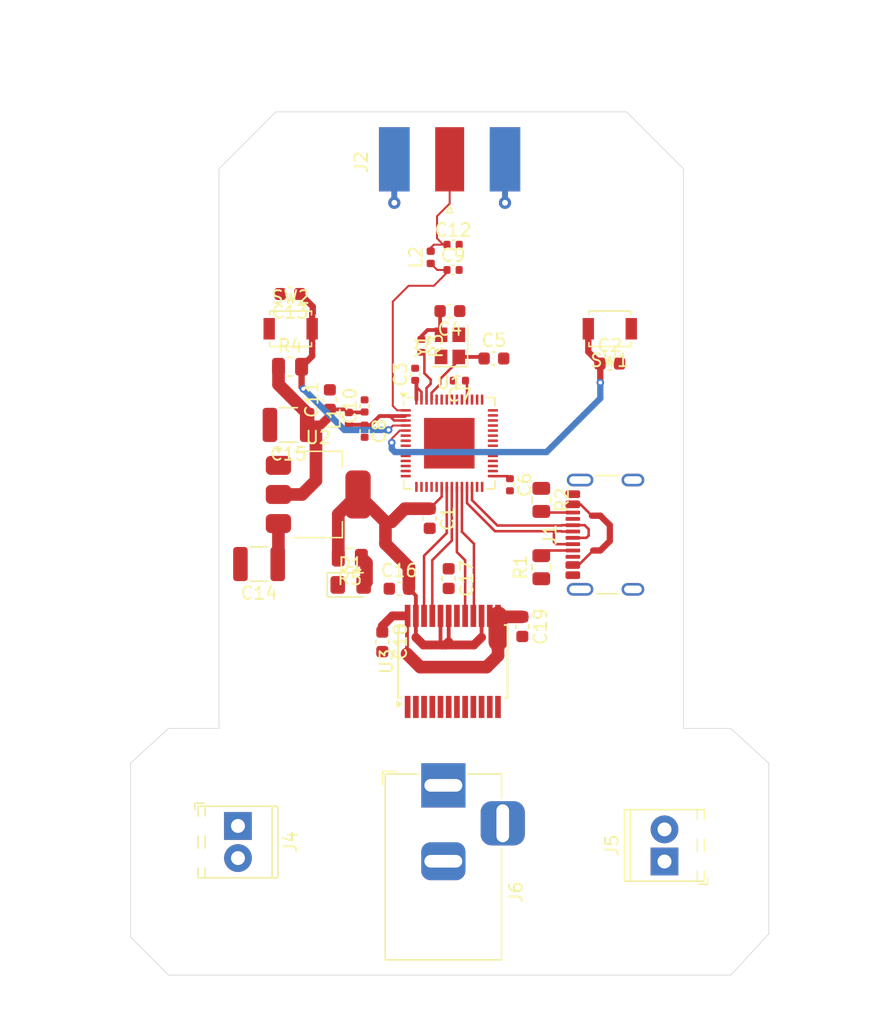
<source format=kicad_pcb>
(kicad_pcb (version 20240108) (generator "pcbnew") (generator_version "8.0")
  (layers (0 "F.Cu" signal) (1 "In1.Cu" power) (2 "In2.Cu" signal) (31 "B.Cu" signal) (34 "B.Paste" user) (35 "F.Paste" user) (36 "B.SilkS" user "B.Silkscreen") (37 "F.SilkS" user "F.Silkscreen") (38 "B.Mask" user) (39 "F.Mask" user) (44 "Edge.Cuts" user))
  (net 0 "")
  (net 1 "GND")
  (net 2 "+3.3V")
  (net 3 "IO0")
  (net 4 "Net-(C4-Pad2)")
  (net 5 "Net-(U1-XTAL_N)")
  (net 6 "+3.3VA")
  (net 7 "Net-(U1-LNA_IN)")
  (net 8 "Net-(J2-In)")
  (net 9 "ENABLE")
  (net 10 "Vin")
  (net 11 "Net-(D1-A)")
  (net 12 "Net-(J1-CC1)")
  (net 15 "D+")
  (net 18 "Net-(J1-CC2)")
  (net 21 "D-")
  (net 22 "Net-(J4-Pin_1)")
  (net 23 "Net-(J4-Pin_2)")
  (net 24 "Net-(J5-Pin_1)")
  (net 25 "Net-(J5-Pin_2)")
  (net 26 "Net-(U1-XTAL_P)")
  (net 65 "AIN_1")
  (net 66 "BIN_2")
  (net 67 "BIN_1")
  (net 68 "AIN_2")
  (footprint "Capacitor_SMD:C_0603_1608Metric" (layer "F.Cu") (at 146.08 90.55)
    (property "Reference" "C16" (at 0 -1.43 0) (layer "F.SilkS"))
    (property "Value" "0.1uF")
    (pad "1" smd roundrect (at -0.775 0) (size 0.9 0.95) (layers "F.Cu" "F.Paste" "F.Mask") (net 1 "GND"))
    (pad "2" smd roundrect (at 0.775 0) (size 0.9 0.95) (layers "F.Cu" "F.Paste" "F.Mask") (net 2 "+3.3V"))
  )
  (footprint "Capacitor_SMD:C_0402_1005Metric" (layer "F.Cu") (at 150.35 65.35)
    (property "Reference" "C9" (at 0 -1.16 0) (layer "F.SilkS"))
    (property "Value" "3.3p")
    (pad "1" smd roundrect (at -0.48 0) (size 0.56 0.62) (layers "F.Cu" "F.Paste" "F.Mask") (net 7 "Net-(U1-LNA_IN)"))
    (pad "2" smd roundrect (at 0.48 0) (size 0.56 0.62) (layers "F.Cu" "F.Paste" "F.Mask") (net 1 "GND"))
  )
  (footprint "Capacitor_SMD:C_0603_1608Metric" (layer "F.Cu") (at 140.6 75.6 90)
    (property "Reference" "C11" (at 0 -1.43 -90) (layer "F.SilkS"))
    (property "Value" "10u")
    (pad "1" smd roundrect (at -0.775 0 90) (size 0.9 0.95) (layers "F.Cu" "F.Paste" "F.Mask") (net 2 "+3.3V"))
    (pad "2" smd roundrect (at 0.775 0 90) (size 0.9 0.95) (layers "F.Cu" "F.Paste" "F.Mask") (net 1 "GND"))
  )
  (footprint "Capacitor_SMD:C_0603_1608Metric" (layer "F.Cu") (at 150 89.75 -90)
    (property "Reference" "C17" (at 0 -1.43 90) (layer "F.SilkS"))
    (property "Value" "10uF")
    (pad "1" smd roundrect (at -0.775 0 270) (size 0.9 0.95) (layers "F.Cu" "F.Paste" "F.Mask") (net 1 "GND"))
    (pad "2" smd roundrect (at 0.775 0 270) (size 0.9 0.95) (layers "F.Cu" "F.Paste" "F.Mask") (net 2 "+3.3V"))
  )
  (footprint "Crystal:Crystal_SMD_2520-4Pin_2.5x2.0mm" (layer "F.Cu") (at 150.1 71.35 90)
    (property "Reference" "Y1" (at 0 -2.2 -90) (layer "F.SilkS"))
    (property "Value" "40MHz")
    (pad "1" smd rect (at -0.875 0.7 90) (size 1.15 1) (layers "F.Cu" "F.Paste" "F.Mask") (net 5 "Net-(U1-XTAL_N)"))
    (pad "2" smd rect (at 0.875 0.7 90) (size 1.15 1) (layers "F.Cu" "F.Paste" "F.Mask") (net 1 "GND"))
    (pad "3" smd rect (at 0.875 -0.7 90) (size 1.15 1) (layers "F.Cu" "F.Paste" "F.Mask") (net 4 "Net-(C4-Pad2)"))
    (pad "4" smd rect (at -0.875 -0.7 90) (size 1.15 1) (layers "F.Cu" "F.Paste" "F.Mask") (net 1 "GND"))
  )
  (footprint "Capacitor_SMD:C_0402_1005Metric" (layer "F.Cu") (at 150.35 63.35)
    (property "Reference" "C12" (at 0 -1.16 0) (layer "F.SilkS"))
    (property "Value" "3.3p")
    (pad "1" smd roundrect (at -0.48 0) (size 0.56 0.62) (layers "F.Cu" "F.Paste" "F.Mask") (net 8 "Net-(J2-In)"))
    (pad "2" smd roundrect (at 0.48 0) (size 0.56 0.62) (layers "F.Cu" "F.Paste" "F.Mask") (net 1 "GND"))
  )
  (footprint "Connector_BarrelJack:BarrelJack_Horizontal" (layer "F.Cu") (at 149.58 106.1 90)
    (property "Reference" "J6" (at -8.45 5.75 -90) (layer "F.SilkS"))
    (property "Value" "Barrel_Jack_Switch")
    (pad "1" thru_hole rect (at 0 0 90) (size 3.5 3.5) (drill oval 1 3) (layers "*.Cu" "*.Mask") (net 10 "Vin"))
    (pad "2" thru_hole roundrect (at -6 0 90) (size 3 3.5) (drill oval 1 3) (layers "*.Cu" "*.Mask") (net 1 "GND"))
    (pad "3" thru_hole roundrect (at -3 4.7 90) (size 3.5 3.5) (drill oval 3 1) (layers "*.Cu" "*.Mask") (net 1 "GND"))
  )
  (footprint "Capacitor_SMD:C_0402_1005Metric" (layer "F.Cu") (at 147.35 73.6 90)
    (property "Reference" "C3" (at 0 -1.16 -90) (layer "F.SilkS"))
    (property "Value" "100n")
    (pad "1" smd roundrect (at -0.48 0 90) (size 0.56 0.62) (layers "F.Cu" "F.Paste" "F.Mask") (net 2 "+3.3V"))
    (pad "2" smd roundrect (at 0.48 0 90) (size 0.56 0.62) (layers "F.Cu" "F.Paste" "F.Mask") (net 1 "GND"))
  )
  (footprint "TerminalBlock_Phoenix:TerminalBlock_Phoenix_MPT-0,5-2-2.54_1x02_P2.54mm_Horizontal" (layer "F.Cu") (at 167.08 112.12 90)
    (property "Reference" "J5" (at 1.27 -4.16 90) (layer "F.SilkS"))
    (property "Value" "Motor_2")
    (pad "" np_thru_hole circle (at 0 2.54 90) (size 1.1 1.1) (drill 1.1) (layers "*.Cu" "*.Mask"))
    (pad "" np_thru_hole circle (at 2.54 2.54 90) (size 1.1 1.1) (drill 1.1) (layers "*.Cu" "*.Mask"))
    (pad "1" thru_hole rect (at 0 0 90) (size 2.2 2.2) (drill 1.1) (layers "*.Cu" "*.Mask") (net 24 "Net-(J5-Pin_1)"))
    (pad "2" thru_hole circle (at 2.54 0 90) (size 2.2 2.2) (drill 1.1) (layers "*.Cu" "*.Mask") (net 25 "Net-(J5-Pin_2)"))
  )
  (footprint "Capacitor_SMD:C_0603_1608Metric" (layer "F.Cu") (at 150.1 68.6 180)
    (property "Reference" "C4" (at 0 -1.43 180) (layer "F.SilkS"))
    (property "Value" "10p")
    (pad "1" smd roundrect (at -0.775 0 180) (size 0.9 0.95) (layers "F.Cu" "F.Paste" "F.Mask") (net 1 "GND"))
    (pad "2" smd roundrect (at 0.775 0 180) (size 0.9 0.95) (layers "F.Cu" "F.Paste" "F.Mask") (net 4 "Net-(C4-Pad2)"))
  )
  (footprint "Capacitor_SMD:C_0603_1608Metric" (layer "F.Cu") (at 155.83 93.55 -90)
    (property "Reference" "C19" (at 0 -1.43 90) (layer "F.SilkS"))
    (property "Value" "10uF")
    (pad "1" smd roundrect (at -0.775 0 270) (size 0.9 0.95) (layers "F.Cu" "F.Paste" "F.Mask") (net 10 "Vin"))
    (pad "2" smd roundrect (at 0.775 0 270) (size 0.9 0.95) (layers "F.Cu" "F.Paste" "F.Mask") (net 1 "GND"))
  )
  (footprint "Package_DFN_QFN:QFN-56-1EP_7x7mm_P0.4mm_EP4x4mm" (layer "F.Cu") (at 150.05 79.05)
    (property "Reference" "U1" (at 0 -4.8 0) (layer "F.SilkS"))
    (property "Value" "ESP32-S3")
    (pad "1" smd roundrect (at -3.45 -2.6) (size 0.8 0.2) (layers "F.Cu" "F.Paste" "F.Mask") (net 7 "Net-(U1-LNA_IN)"))
    (pad "2" smd roundrect (at -3.45 -2.2) (size 0.8 0.2) (layers "F.Cu" "F.Paste" "F.Mask") (net 6 "+3.3VA"))
    (pad "3" smd roundrect (at -3.45 -1.8) (size 0.8 0.2) (layers "F.Cu" "F.Paste" "F.Mask") (net 6 "+3.3VA"))
    (pad "4" smd roundrect (at -3.45 -1.4) (size 0.8 0.2) (layers "F.Cu" "F.Paste" "F.Mask") (net 9 "ENABLE"))
    (pad "5" smd roundrect (at -3.45 -1) (size 0.8 0.2) (layers "F.Cu" "F.Paste" "F.Mask") (net 3 "IO0"))
    (pad "6" smd roundrect (at -3.45 -0.6) (size 0.8 0.2) (layers "F.Cu" "F.Paste" "F.Mask"))
    (pad "7" smd roundrect (at -3.45 -0.2) (size 0.8 0.2) (layers "F.Cu" "F.Paste" "F.Mask"))
    (pad "8" smd roundrect (at -3.45 0.2) (size 0.8 0.2) (layers "F.Cu" "F.Paste" "F.Mask"))
    (pad "9" smd roundrect (at -3.45 0.6) (size 0.8 0.2) (layers "F.Cu" "F.Paste" "F.Mask"))
    (pad "10" smd roundrect (at -3.45 1) (size 0.8 0.2) (layers "F.Cu" "F.Paste" "F.Mask"))
    (pad "11" smd roundrect (at -3.45 1.4) (size 0.8 0.2) (layers "F.Cu" "F.Paste" "F.Mask"))
    (pad "12" smd roundrect (at -3.45 1.8) (size 0.8 0.2) (layers "F.Cu" "F.Paste" "F.Mask"))
    (pad "13" smd roundrect (at -3.45 2.2) (size 0.8 0.2) (layers "F.Cu" "F.Paste" "F.Mask"))
    (pad "14" smd roundrect (at -3.45 2.6) (size 0.8 0.2) (layers "F.Cu" "F.Paste" "F.Mask"))
    (pad "15" smd roundrect (at -2.6 3.45) (size 0.2 0.8) (layers "F.Cu" "F.Paste" "F.Mask"))
    (pad "16" smd roundrect (at -2.2 3.45) (size 0.2 0.8) (layers "F.Cu" "F.Paste" "F.Mask"))
    (pad "17" smd roundrect (at -1.8 3.45) (size 0.2 0.8) (layers "F.Cu" "F.Paste" "F.Mask"))
    (pad "18" smd roundrect (at -1.4 3.45) (size 0.2 0.8) (layers "F.Cu" "F.Paste" "F.Mask"))
    (pad "19" smd roundrect (at -1 3.45) (size 0.2 0.8) (layers "F.Cu" "F.Paste" "F.Mask"))
    (pad "20" smd roundrect (at -0.6 3.45) (size 0.2 0.8) (layers "F.Cu" "F.Paste" "F.Mask") (net 2 "+3.3V"))
    (pad "21" smd roundrect (at -0.2 3.45) (size 0.2 0.8) (layers "F.Cu" "F.Paste" "F.Mask") (net 68 "AIN_2"))
    (pad "22" smd roundrect (at 0.2 3.45) (size 0.2 0.8) (layers "F.Cu" "F.Paste" "F.Mask") (net 65 "AIN_1"))
    (pad "23" smd roundrect (at 0.6 3.45) (size 0.2 0.8) (layers "F.Cu" "F.Paste" "F.Mask") (net 67 "BIN_1"))
    (pad "24" smd roundrect (at 1 3.45) (size 0.2 0.8) (layers "F.Cu" "F.Paste" "F.Mask") (net 66 "BIN_2"))
    (pad "25" smd roundrect (at 1.4 3.45) (size 0.2 0.8) (layers "F.Cu" "F.Paste" "F.Mask") (net 21 "D-"))
    (pad "26" smd roundrect (at 1.8 3.45) (size 0.2 0.8) (layers "F.Cu" "F.Paste" "F.Mask") (net 15 "D+"))
    (pad "27" smd roundrect (at 2.2 3.45) (size 0.2 0.8) (layers "F.Cu" "F.Paste" "F.Mask"))
    (pad "28" smd roundrect (at 2.6 3.45) (size 0.2 0.8) (layers "F.Cu" "F.Paste" "F.Mask"))
    (pad "29" smd roundrect (at 3.45 2.6) (size 0.8 0.2) (layers "F.Cu" "F.Paste" "F.Mask") (net 2 "+3.3V"))
    (pad "30" smd roundrect (at 3.45 2.2) (size 0.8 0.2) (layers "F.Cu" "F.Paste" "F.Mask"))
    (pad "31" smd roundrect (at 3.45 1.8) (size 0.8 0.2) (layers "F.Cu" "F.Paste" "F.Mask"))
    (pad "32" smd roundrect (at 3.45 1.4) (size 0.8 0.2) (layers "F.Cu" "F.Paste" "F.Mask"))
    (pad "33" smd roundrect (at 3.45 1) (size 0.8 0.2) (layers "F.Cu" "F.Paste" "F.Mask"))
    (pad "34" smd roundrect (at 3.45 0.6) (size 0.8 0.2) (layers "F.Cu" "F.Paste" "F.Mask"))
    (pad "35" smd roundrect (at 3.45 0.2) (size 0.8 0.2) (layers "F.Cu" "F.Paste" "F.Mask"))
    (pad "36" smd roundrect (at 3.45 -0.2) (size 0.8 0.2) (layers "F.Cu" "F.Paste" "F.Mask"))
    (pad "37" smd roundrect (at 3.45 -0.6) (size 0.8 0.2) (layers "F.Cu" "F.Paste" "F.Mask"))
    (pad "38" smd roundrect (at 3.45 -1) (size 0.8 0.2) (layers "F.Cu" "F.Paste" "F.Mask"))
    (pad "39" smd roundrect (at 3.45 -1.4) (size 0.8 0.2) (layers "F.Cu" "F.Paste" "F.Mask"))
    (pad "40" smd roundrect (at 3.45 -1.8) (size 0.8 0.2) (layers "F.Cu" "F.Paste" "F.Mask"))
    (pad "41" smd roundrect (at 3.45 -2.2) (size 0.8 0.2) (layers "F.Cu" "F.Paste" "F.Mask"))
    (pad "42" smd roundrect (at 3.45 -2.6) (size 0.8 0.2) (layers "F.Cu" "F.Paste" "F.Mask"))
    (pad "43" smd roundrect (at 2.6 -3.45) (size 0.2 0.8) (layers "F.Cu" "F.Paste" "F.Mask"))
    (pad "44" smd roundrect (at 2.2 -3.45) (size 0.2 0.8) (layers "F.Cu" "F.Paste" "F.Mask"))
    (pad "45" smd roundrect (at 1.8 -3.45) (size 0.2 0.8) (layers "F.Cu" "F.Paste" "F.Mask"))
    (pad "46" smd roundrect (at 1.4 -3.45) (size 0.2 0.8) (layers "F.Cu" "F.Paste" "F.Mask") (net 2 "+3.3V"))
    (pad "47" smd roundrect (at 1 -3.45) (size 0.2 0.8) (layers "F.Cu" "F.Paste" "F.Mask"))
    (pad "48" smd roundrect (at 0.6 -3.45) (size 0.2 0.8) (layers "F.Cu" "F.Paste" "F.Mask"))
    (pad "49" smd roundrect (at 0.2 -3.45) (size 0.2 0.8) (layers "F.Cu" "F.Paste" "F.Mask"))
    (pad "50" smd roundrect (at -0.2 -3.45) (size 0.2 0.8) (layers "F.Cu" "F.Paste" "F.Mask"))
    (pad "51" smd roundrect (at -0.6 -3.45) (size 0.2 0.8) (layers "F.Cu" "F.Paste" "F.Mask"))
    (pad "52" smd roundrect (at -1 -3.45) (size 0.2 0.8) (layers "F.Cu" "F.Paste" "F.Mask"))
    (pad "53" smd roundrect (at -1.4 -3.45) (size 0.2 0.8) (layers "F.Cu" "F.Paste" "F.Mask") (net 5 "Net-(U1-XTAL_N)"))
    (pad "54" smd roundrect (at -1.8 -3.45) (size 0.2 0.8) (layers "F.Cu" "F.Paste" "F.Mask") (net 26 "Net-(U1-XTAL_P)"))
    (pad "55" smd roundrect (at -2.2 -3.45) (size 0.2 0.8) (layers "F.Cu" "F.Paste" "F.Mask") (net 2 "+3.3V"))
    (pad "56" smd roundrect (at -2.6 -3.45) (size 0.2 0.8) (layers "F.Cu" "F.Paste" "F.Mask") (net 2 "+3.3V"))
    (pad "57" smd rect (at 0 0) (size 4 4) (property pad_prop_heatsink) (layers "F.Cu" "F.Mask") (net 1 "GND"))
  )
  (footprint "Button_Switch_SMD:SW_SPST_B3U-1000P" (layer "F.Cu") (at 162.75 70 180)
    (property "Reference" "SW1" (at 0 -2.5 180) (layer "F.SilkS"))
    (property "Value" "SW_Push")
    (pad "1" smd rect (at -1.700001 0 180) (size 0.9 1.7) (layers "F.Cu" "F.Paste" "F.Mask") (net 1 "GND"))
    (pad "2" smd rect (at 1.700001 0 180) (size 0.9 1.7) (layers "F.Cu" "F.Paste" "F.Mask") (net 3 "IO0"))
  )
  (footprint "Capacitor_SMD:C_0402_1005Metric" (layer "F.Cu") (at 143.35 76.1 90)
    (property "Reference" "C10" (at 0 -1.16 -90) (layer "F.SilkS"))
    (property "Value" "100n")
    (pad "1" smd roundrect (at -0.48 0 90) (size 0.56 0.62) (layers "F.Cu" "F.Paste" "F.Mask") (net 2 "+3.3V"))
    (pad "2" smd roundrect (at 0.48 0 90) (size 0.56 0.62) (layers "F.Cu" "F.Paste" "F.Mask") (net 1 "GND"))
  )
  (footprint "Capacitor_SMD:C_0603_1608Metric" (layer "F.Cu") (at 148.5 85 -90)
    (property "Reference" "C1" (at 0 -1.43 90) (layer "F.SilkS"))
    (property "Value" "10u")
    (pad "1" smd roundrect (at -0.775 0 270) (size 0.9 0.95) (layers "F.Cu" "F.Paste" "F.Mask") (net 2 "+3.3V"))
    (pad "2" smd roundrect (at 0.775 0 270) (size 0.9 0.95) (layers "F.Cu" "F.Paste" "F.Mask") (net 1 "GND"))
  )
  (footprint "Resistor_SMD:R_0805_2012Metric" (layer "F.Cu") (at 157.33 83.53 -90)
    (property "Reference" "R2" (at 0 -1.65 90) (layer "F.SilkS"))
    (property "Value" "5.7k")
    (pad "1" smd roundrect (at -0.9125 0 270) (size 1.025 1.4) (layers "F.Cu" "F.Paste" "F.Mask") (roundrect_rratio 0.243902) (net 1 "GND"))
    (pad "2" smd roundrect (at 0.9125 0 270) (size 1.025 1.4) (layers "F.Cu" "F.Paste" "F.Mask") (roundrect_rratio 0.243902) (net 18 "Net-(J1-CC2)"))
  )
  (footprint "Inductor_SMD:L_0402_1005Metric" (layer "F.Cu") (at 148.58 64.35 90)
    (property "Reference" "L2" (at 0 -1.17 -90) (layer "F.SilkS"))
    (property "Value" "2.2n")
    (pad "1" smd roundrect (at -0.485 0 90) (size 0.59 0.64) (layers "F.Cu" "F.Paste" "F.Mask") (net 7 "Net-(U1-LNA_IN)"))
    (pad "2" smd roundrect (at 0.485 0 90) (size 0.59 0.64) (layers "F.Cu" "F.Paste" "F.Mask") (net 8 "Net-(J2-In)"))
  )
  (footprint "Connector_Coaxial:SMA_Molex_73251-1153_EdgeMount_Horizontal" (layer "F.Cu") (at 150.08 58.32 -90)
    (property "Reference" "J2" (at -1.5 7 90) (layer "F.SilkS"))
    (property "Value" "Conn_Coaxial")
    (pad "1" smd rect (at -1.72 0 270) (size 5.08 2.29) (layers "F.Cu" "F.Paste" "F.Mask") (net 8 "Net-(J2-In)"))
    (pad "2" smd rect (at -1.72 -4.38 270) (size 5.08 2.42) (layers "F.Cu" "F.Paste" "F.Mask") (net 1 "GND"))
    (pad "2" smd rect (at -1.72 -4.38 270) (size 5.08 2.42) (layers "B.Cu" "B.Paste" "B.Mask") (net 1 "GND"))
    (pad "2" smd rect (at -1.72 4.38 270) (size 5.08 2.42) (layers "F.Cu" "F.Paste" "F.Mask") (net 1 "GND"))
    (pad "2" smd rect (at -1.72 4.38 270) (size 5.08 2.42) (layers "B.Cu" "B.Paste" "B.Mask") (net 1 "GND"))
    (pad "2" smd rect (at 1.27 -4.38 270) (size 0.95 0.46) (layers "F.Cu") (net 1 "GND"))
    (pad "2" smd rect (at 1.27 -4.38 270) (size 0.95 0.46) (layers "B.Cu") (net 1 "GND"))
    (pad "2" smd rect (at 1.27 4.38 270) (size 0.95 0.46) (layers "F.Cu") (net 1 "GND"))
    (pad "2" smd rect (at 1.27 4.38 270) (size 0.95 0.46) (layers "B.Cu") (net 1 "GND"))
    (pad "2" thru_hole circle (at 1.72 -4.38 270) (size 0.97 0.97) (drill 0.46) (layers "*.Cu" "*.Mask") (net 1 "GND"))
    (pad "2" thru_hole circle (at 1.72 4.38 270) (size 0.97 0.97) (drill 0.46) (layers "*.Cu") (net 1 "GND"))
  )
  (footprint "Resistor_SMD:R_0402_1005Metric" (layer "F.Cu") (at 147.85 71.35 -90)
    (property "Reference" "R3" (at 0 -1.17 90) (layer "F.SilkS"))
    (property "Value" "22k")
    (pad "1" smd roundrect (at -0.509999 0 270) (size 0.54 0.64) (layers "F.Cu" "F.Paste" "F.Mask") (net 4 "Net-(C4-Pad2)"))
    (pad "2" smd roundrect (at 0.509999 0 270) (size 0.54 0.64) (layers "F.Cu" "F.Paste" "F.Mask") (net 26 "Net-(U1-XTAL_P)"))
  )
  (footprint "Button_Switch_SMD:SW_SPST_B3U-1000P" (layer "F.Cu") (at 137.5 70)
    (property "Reference" "SW2" (at 0 -2.5 0) (layer "F.SilkS"))
    (property "Value" "SW_Push")
    (pad "1" smd rect (at -1.7 0) (size 0.9 1.7) (layers "F.Cu" "F.Paste" "F.Mask") (net 1 "GND"))
    (pad "2" smd rect (at 1.7 0) (size 0.9 1.7) (layers "F.Cu" "F.Paste" "F.Mask") (net 9 "ENABLE"))
  )
  (footprint "Capacitor_SMD:C_0603_1608Metric" (layer "F.Cu") (at 162.75 72.749999)
    (property "Reference" "C2" (at 0 -1.43 0) (layer "F.SilkS"))
    (property "Value" "0.1u")
    (pad "1" smd roundrect (at -0.775 0) (size 0.9 0.95) (layers "F.Cu" "F.Paste" "F.Mask") (net 3 "IO0"))
    (pad "2" smd roundrect (at 0.775 0) (size 0.9 0.95) (layers "F.Cu" "F.Paste" "F.Mask") (net 1 "GND"))
  )
  (footprint "Resistor_SMD:R_0805_2012Metric" (layer "F.Cu") (at 157.33 88.85 90)
    (property "Reference" "R1" (at 0 -1.65 -90) (layer "F.SilkS"))
    (property "Value" "5.7k")
    (pad "1" smd roundrect (at -0.9125 0 90) (size 1.025 1.4) (layers "F.Cu" "F.Paste" "F.Mask") (roundrect_rratio 0.243902) (net 1 "GND"))
    (pad "2" smd roundrect (at 0.9125 0 90) (size 1.025 1.4) (layers "F.Cu" "F.Paste" "F.Mask") (roundrect_rratio 0.243902) (net 12 "Net-(J1-CC1)"))
  )
  (footprint "TerminalBlock_Phoenix:TerminalBlock_Phoenix_MPT-0,5-2-2.54_1x02_P2.54mm_Horizontal" (layer "F.Cu") (at 133.33 109.31 -90)
    (property "Reference" "J4" (at 1.27 -4.16 -90) (layer "F.SilkS"))
    (property "Value" "Motor_1")
    (pad "" np_thru_hole circle (at 0 2.54 270) (size 1.1 1.1) (drill 1.1) (layers "*.Cu" "*.Mask"))
    (pad "" np_thru_hole circle (at 2.54 2.54 270) (size 1.1 1.1) (drill 1.1) (layers "*.Cu" "*.Mask"))
    (pad "1" thru_hole rect (at 0 0 270) (size 2.2 2.2) (drill 1.1) (layers "*.Cu" "*.Mask") (net 22 "Net-(J4-Pin_1)"))
    (pad "2" thru_hole circle (at 2.54 0 270) (size 2.2 2.2) (drill 1.1) (layers "*.Cu" "*.Mask") (net 23 "Net-(J4-Pin_2)"))
  )
  (footprint "Capacitor_SMD:C_0603_1608Metric" (layer "F.Cu") (at 137.45 67.25 180)
    (property "Reference" "C13" (at 0 -1.43 180) (layer "F.SilkS"))
    (property "Value" "10u")
    (pad "1" smd roundrect (at -0.775 0 180) (size 0.9 0.95) (layers "F.Cu" "F.Paste" "F.Mask") (net 9 "ENABLE"))
    (pad "2" smd roundrect (at 0.775 0 180) (size 0.9 0.95) (layers "F.Cu" "F.Paste" "F.Mask") (net 1 "GND"))
  )
  (footprint "Capacitor_SMD:C_1210_3225Metric" (layer "F.Cu") (at 137.33 77.6 180)
    (property "Reference" "C15" (at 0 -2.300001 180) (layer "F.SilkS"))
    (property "Value" "22u")
    (pad "1" smd roundrect (at -1.475001 0 180) (size 1.15 2.7) (layers "F.Cu" "F.Paste" "F.Mask") (roundrect_rratio 0.217391) (net 2 "+3.3V"))
    (pad "2" smd roundrect (at 1.475001 0 180) (size 1.15 2.7) (layers "F.Cu" "F.Paste" "F.Mask") (roundrect_rratio 0.217391) (net 1 "GND"))
  )
  (footprint "Resistor_SMD:R_0805_2012Metric" (layer "F.Cu") (at 142.180001 88.1 180)
    (property "Reference" "R5" (at 0 -1.65 180) (layer "F.SilkS"))
    (property "Value" "5.7k")
    (pad "1" smd roundrect (at -0.9125 0 180) (size 1.025 1.4) (layers "F.Cu" "F.Paste" "F.Mask") (roundrect_rratio 0.243902) (net 11 "Net-(D1-A)"))
    (pad "2" smd roundrect (at 0.9125 0 180) (size 1.025 1.4) (layers "F.Cu" "F.Paste" "F.Mask") (roundrect_rratio 0.243902) (net 2 "+3.3V"))
  )
  (footprint "Capacitor_SMD:C_0603_1608Metric" (layer "F.Cu") (at 153.58 72.35)
    (property "Reference" "C5" (at 0 -1.43 0) (layer "F.SilkS"))
    (property "Value" "10p")
    (pad "1" smd roundrect (at -0.775 0) (size 0.9 0.95) (layers "F.Cu" "F.Paste" "F.Mask") (net 5 "Net-(U1-XTAL_N)"))
    (pad "2" smd roundrect (at 0.775 0) (size 0.9 0.95) (layers "F.Cu" "F.Paste" "F.Mask") (net 1 "GND"))
  )
  (footprint "Capacitor_SMD:C_0402_1005Metric" (layer "F.Cu") (at 154.85 82.33 -90)
    (property "Reference" "C6" (at 0 -1.16 90) (layer "F.SilkS"))
    (property "Value" "100n")
    (pad "1" smd roundrect (at -0.48 0 270) (size 0.56 0.62) (layers "F.Cu" "F.Paste" "F.Mask") (net 2 "+3.3V"))
    (pad "2" smd roundrect (at 0.48 0 270) (size 0.56 0.62) (layers "F.Cu" "F.Paste" "F.Mask") (net 1 "GND"))
  )
  (footprint "Capacitor_SMD:C_1210_3225Metric" (layer "F.Cu") (at 135 88.6 180)
    (property "Reference" "C14" (at 0 -2.300001 180) (layer "F.SilkS"))
    (property "Value" "22u")
    (pad "1" smd roundrect (at -1.475001 0 180) (size 1.15 2.7) (layers "F.Cu" "F.Paste" "F.Mask") (roundrect_rratio 0.217391) (net 10 "Vin"))
    (pad "2" smd roundrect (at 1.475001 0 180) (size 1.15 2.7) (layers "F.Cu" "F.Paste" "F.Mask") (roundrect_rratio 0.217391) (net 1 "GND"))
  )
  (footprint "Package_TO_SOT_SMD:SOT-223-3_TabPin2" (layer "F.Cu") (at 139.680001 83.1)
    (property "Reference" "U2" (at 0 -4.500001 0) (layer "F.SilkS"))
    (property "Value" "AMS1117-3.3")
    (pad "1" smd roundrect (at -3.15 -2.3) (size 2 1.5) (layers "F.Cu" "F.Paste" "F.Mask") (net 1 "GND"))
    (pad "2" smd roundrect (at -3.149999 0) (size 2 1.5) (layers "F.Cu" "F.Paste" "F.Mask") (net 2 "+3.3V"))
    (pad "2" smd roundrect (at 3.149999 0) (size 2 3.8) (layers "F.Cu" "F.Paste" "F.Mask") (net 2 "+3.3V"))
    (pad "3" smd roundrect (at -3.15 2.3) (size 2 1.5) (layers "F.Cu" "F.Paste" "F.Mask") (net 10 "Vin"))
  )
  (footprint "Resistor_SMD:R_0805_2012Metric" (layer "F.Cu") (at 137.45 73)
    (property "Reference" "R4" (at 0 -1.65 0) (layer "F.SilkS"))
    (property "Value" "5.7k")
    (pad "1" smd roundrect (at -0.9125 0) (size 1.025 1.4) (layers "F.Cu" "F.Paste" "F.Mask") (roundrect_rratio 0.243902) (net 2 "+3.3V"))
    (pad "2" smd roundrect (at 0.9125 0) (size 1.025 1.4) (layers "F.Cu" "F.Paste" "F.Mask") (roundrect_rratio 0.243902) (net 9 "ENABLE"))
  )
  (footprint "Inductor_SMD:L_0402_1005Metric" (layer "F.Cu") (at 142.1 77.1 90)
    (property "Reference" "L1" (at 0 -1.17 -90) (layer "F.SilkS"))
    (property "Value" "2.2n")
    (pad "1" smd roundrect (at -0.485 0 90) (size 0.59 0.64) (layers "F.Cu" "F.Paste" "F.Mask") (net 6 "+3.3VA"))
    (pad "2" smd roundrect (at 0.485 0 90) (size 0.59 0.64) (layers "F.Cu" "F.Paste" "F.Mask") (net 2 "+3.3V"))
  )
  (footprint "Capacitor_SMD:C_0402_1005Metric" (layer "F.Cu") (at 143.35 78.1 -90)
    (property "Reference" "C8" (at 0 -1.16 90) (layer "F.SilkS"))
    (property "Value" "100n")
    (pad "1" smd roundrect (at -0.48 0 270) (size 0.56 0.62) (layers "F.Cu" "F.Paste" "F.Mask") (net 6 "+3.3VA"))
    (pad "2" smd roundrect (at 0.48 0 270) (size 0.56 0.62) (layers "F.Cu" "F.Paste" "F.Mask") (net 1 "GND"))
  )
  (footprint "Capacitor_SMD:C_0603_1608Metric" (layer "F.Cu") (at 144.75 94.75 -90)
    (property "Reference" "C18" (at 0 -1.43 90) (layer "F.SilkS"))
    (property "Value" "0.1uF")
    (pad "1" smd roundrect (at -0.775 0 270) (size 0.9 0.95) (layers "F.Cu" "F.Paste" "F.Mask") (net 10 "Vin"))
    (pad "2" smd roundrect (at 0.775 0 270) (size 0.9 0.95) (layers "F.Cu" "F.Paste" "F.Mask") (net 1 "GND"))
  )
  (footprint "Package_SO:SSOP-24_5.3x8.2mm_P0.65mm" (layer "F.Cu") (at 150.33 96.3 90)
    (property "Reference" "U3" (at 0 -5.250001 -90) (layer "F.SilkS"))
    (property "Value" "TB6612FNG")
    (pad "1" smd rect (at -3.6 -3.575 90) (size 1.75 0.45) (layers "F.Cu" "F.Paste" "F.Mask") (net 22 "Net-(J4-Pin_1)"))
    (pad "2" smd rect (at -3.6 -2.925 90) (size 1.75 0.45) (layers "F.Cu" "F.Paste" "F.Mask") (net 22 "Net-(J4-Pin_1)"))
    (pad "3" smd rect (at -3.599999 -2.275 90) (size 1.75 0.45) (layers "F.Cu" "F.Paste" "F.Mask") (net 1 "GND"))
    (pad "4" smd rect (at -3.6 -1.625 90) (size 1.75 0.45) (layers "F.Cu" "F.Paste" "F.Mask") (net 1 "GND"))
    (pad "5" smd rect (at -3.6 -0.975001 90) (size 1.75 0.45) (layers "F.Cu" "F.Paste" "F.Mask") (net 23 "Net-(J4-Pin_2)"))
    (pad "6" smd rect (at -3.6 -0.325 90) (size 1.75 0.45) (layers "F.Cu" "F.Paste" "F.Mask") (net 23 "Net-(J4-Pin_2)"))
    (pad "7" smd rect (at -3.6 0.325 90) (size 1.75 0.45) (layers "F.Cu" "F.Paste" "F.Mask") (net 24 "Net-(J5-Pin_1)"))
    (pad "8" smd rect (at -3.6 0.975001 90) (size 1.75 0.45) (layers "F.Cu" "F.Paste" "F.Mask") (net 24 "Net-(J5-Pin_1)"))
    (pad "9" smd rect (at -3.6 1.625 90) (size 1.75 0.45) (layers "F.Cu" "F.Paste" "F.Mask") (net 1 "GND"))
    (pad "10" smd rect (at -3.599999 2.275 90) (size 1.75 0.45) (layers "F.Cu" "F.Paste" "F.Mask") (net 1 "GND"))
    (pad "11" smd rect (at -3.6 2.925 90) (size 1.75 0.45) (layers "F.Cu" "F.Paste" "F.Mask") (net 25 "Net-(J5-Pin_2)"))
    (pad "12" smd rect (at -3.6 3.575 90) (size 1.75 0.45) (layers "F.Cu" "F.Paste" "F.Mask") (net 25 "Net-(J5-Pin_2)"))
    (pad "13" smd rect (at 3.6 3.575 90) (size 1.75 0.45) (layers "F.Cu" "F.Paste" "F.Mask") (net 10 "Vin"))
    (pad "14" smd rect (at 3.6 2.925 90) (size 1.75 0.45) (layers "F.Cu" "F.Paste" "F.Mask") (net 10 "Vin"))
    (pad "15" smd rect (at 3.599999 2.275 90) (size 1.75 0.45) (layers "F.Cu" "F.Paste" "F.Mask") (net 2 "+3.3V"))
    (pad "16" smd rect (at 3.6 1.625 90) (size 1.75 0.45) (layers "F.Cu" "F.Paste" "F.Mask") (net 66 "BIN_2"))
    (pad "17" smd rect (at 3.6 0.975001 90) (size 1.75 0.45) (layers "F.Cu" "F.Paste" "F.Mask") (net 67 "BIN_1"))
    (pad "18" smd rect (at 3.6 0.325 90) (size 1.75 0.45) (layers "F.Cu" "F.Paste" "F.Mask") (net 1 "GND"))
    (pad "19" smd rect (at 3.6 -0.325 90) (size 1.75 0.45) (layers "F.Cu" "F.Paste" "F.Mask") (net 2 "+3.3V"))
    (pad "20" smd rect (at 3.6 -0.975001 90) (size 1.75 0.45) (layers "F.Cu" "F.Paste" "F.Mask") (net 2 "+3.3V"))
    (pad "21" smd rect (at 3.6 -1.625 90) (size 1.75 0.45) (layers "F.Cu" "F.Paste" "F.Mask") (net 65 "AIN_1"))
    (pad "22" smd rect (at 3.599999 -2.275 90) (size 1.75 0.45) (layers "F.Cu" "F.Paste" "F.Mask") (net 68 "AIN_2"))
    (pad "23" smd rect (at 3.6 -2.925 90) (size 1.75 0.45) (layers "F.Cu" "F.Paste" "F.Mask") (net 2 "+3.3V"))
    (pad "24" smd rect (at 3.6 -3.575 90) (size 1.75 0.45) (layers "F.Cu" "F.Paste" "F.Mask") (net 10 "Vin"))
  )
  (footprint "Connector_USB:USB_C_Receptacle_GCT_USB4105-xx-A_16P_TopMnt_Horizontal" (layer "F.Cu") (at 163.505 86.28 90)
    (property "Reference" "J1" (at 0 -5.5 90) (layer "F.SilkS"))
    (property "Value" "USB_C_Receptacle_USB2.0_16P")
    (pad "" np_thru_hole circle (at -2.89 -2.605 90) (size 0.65 0.65) (drill 0.65) (layers "F&B.Cu" "*.Mask"))
    (pad "" np_thru_hole circle (at 2.89 -2.605 90) (size 0.65 0.65) (drill 0.65) (layers "F&B.Cu" "*.Mask"))
    (pad "A1" smd roundrect (at -3.2 -3.68 90) (size 0.6 1.15) (layers "F.Cu" "F.Paste" "F.Mask") (net 1 "GND"))
    (pad "A4" smd roundrect (at -2.4 -3.68 90) (size 0.6 1.15) (layers "F.Cu" "F.Paste" "F.Mask") (net 10 "Vin"))
    (pad "A5" smd roundrect (at -1.25 -3.679999 90) (size 0.3 1.15) (layers "F.Cu" "F.Paste" "F.Mask") (net 12 "Net-(J1-CC1)"))
    (pad "A6" smd roundrect (at -0.25 -3.68 90) (size 0.3 1.15) (layers "F.Cu" "F.Paste" "F.Mask") (net 15 "D+"))
    (pad "A7" smd roundrect (at 0.25 -3.68 90) (size 0.3 1.15) (layers "F.Cu" "F.Paste" "F.Mask") (net 21 "D-"))
    (pad "A8" smd roundrect (at 1.25 -3.679999 90) (size 0.3 1.15) (layers "F.Cu" "F.Paste" "F.Mask"))
    (pad "A9" smd roundrect (at 2.4 -3.68 90) (size 0.6 1.15) (layers "F.Cu" "F.Paste" "F.Mask") (net 10 "Vin"))
    (pad "A12" smd roundrect (at 3.2 -3.68 90) (size 0.6 1.15) (layers "F.Cu" "F.Paste" "F.Mask") (net 1 "GND"))
    (pad "B1" smd roundrect (at 3.2 -3.68 90) (size 0.6 1.15) (layers "F.Cu" "F.Paste" "F.Mask") (net 1 "GND"))
    (pad "B4" smd roundrect (at 2.4 -3.68 90) (size 0.6 1.15) (layers "F.Cu" "F.Paste" "F.Mask") (net 10 "Vin"))
    (pad "B5" smd roundrect (at 1.75 -3.68 90) (size 0.3 1.15) (layers "F.Cu" "F.Paste" "F.Mask") (net 18 "Net-(J1-CC2)"))
    (pad "B6" smd roundrect (at 0.75 -3.68 90) (size 0.3 1.15) (layers "F.Cu" "F.Paste" "F.Mask") (net 15 "D+"))
    (pad "B7" smd roundrect (at -0.75 -3.68 90) (size 0.3 1.15) (layers "F.Cu" "F.Paste" "F.Mask") (net 21 "D-"))
    (pad "B8" smd roundrect (at -1.75 -3.68 90) (size 0.3 1.15) (layers "F.Cu" "F.Paste" "F.Mask"))
    (pad "B9" smd roundrect (at -2.4 -3.68 90) (size 0.6 1.15) (layers "F.Cu" "F.Paste" "F.Mask") (net 10 "Vin"))
    (pad "B12" smd roundrect (at -3.2 -3.68 90) (size 0.6 1.15) (layers "F.Cu" "F.Paste" "F.Mask") (net 1 "GND"))
    (pad "S1" thru_hole oval (at -4.32 -3.105 90) (size 1 2.1) (drill oval 0.6 1.7) (layers "*.Cu" "*.Mask" "F.Paste"))
    (pad "S1" thru_hole oval (at -4.32 1.075 90) (size 1 1.8) (drill oval 0.6 1.4) (layers "*.Cu" "*.Mask" "F.Paste"))
    (pad "S1" thru_hole oval (at 4.32 -3.105 90) (size 1 2.1) (drill oval 0.6 1.7) (layers "*.Cu" "*.Mask" "F.Paste"))
    (pad "S1" thru_hole oval (at 4.32 1.075 90) (size 1 1.8) (drill oval 0.6 1.4) (layers "*.Cu" "*.Mask" "F.Paste"))
  )
  (footprint "LED_SMD:LED_0805_2012Metric_Pad1.15x1.40mm_HandSolder" (layer "F.Cu") (at 142.25 90.25)
    (property "Reference" "D1" (at 0 -1.65 0) (layer "F.SilkS"))
    (property "Value" "LED")
    (pad "1" smd roundrect (at -1.024999 0) (size 1.15 1.4) (layers "F.Cu" "F.Paste" "F.Mask") (roundrect_rratio 0.217391) (net 1 "GND"))
    (pad "2" smd roundrect (at 1.024999 0) (size 1.15 1.4) (layers "F.Cu" "F.Paste" "F.Mask") (roundrect_rratio 0.217391) (net 11 "Net-(D1-A)"))
  )
  (footprint "Capacitor_SMD:C_0402_1005Metric" (layer "F.Cu") (at 150.85 74.1 180)
    (property "Reference" "C7" (at 0 -1.16 180) (layer "F.SilkS"))
    (property "Value" "100n")
    (pad "1" smd roundrect (at -0.48 0 180) (size 0.56 0.62) (layers "F.Cu" "F.Paste" "F.Mask") (net 2 "+3.3V"))
    (pad "2" smd roundrect (at 0.48 0 180) (size 0.56 0.62) (layers "F.Cu" "F.Paste" "F.Mask") (net 1 "GND"))
  )
  (gr_line (start 124.83 118.1) (end 127.83 121.1) (stroke (width 0.05)) (layer "Edge.Cuts"))
  (gr_line (start 172.33 121.1) (end 127.83 121.1) (stroke (width 0.05)) (layer "Edge.Cuts"))
  (gr_line (start 175.33 104.35) (end 172.33 101.6) (stroke (width 0.05)) (layer "Edge.Cuts"))
  (gr_line (start 131.83 57.35) (end 136.33 52.85) (stroke (width 0.05)) (layer "Edge.Cuts"))
  (gr_line (start 131.83 57.35) (end 131.83 101.6) (stroke (width 0.05)) (layer "Edge.Cuts"))
  (gr_line (start 124.83 118.1) (end 124.83 104.35) (stroke (width 0.05)) (layer "Edge.Cuts"))
  (gr_line (start 175.33 104.35) (end 175.33 117.85) (stroke (width 0.05)) (layer "Edge.Cuts"))
  (gr_line (start 131.83 101.6) (end 127.83 101.6) (stroke (width 0.05)) (layer "Edge.Cuts"))
  (gr_line (start 124.83 104.35) (end 127.83 101.6) (stroke (width 0.05)) (layer "Edge.Cuts"))
  (gr_line (start 168.58 101.6) (end 172.33 101.6) (stroke (width 0.05)) (layer "Edge.Cuts"))
  (gr_line (start 168.58 57.35) (end 168.58 101.6) (stroke (width 0.05)) (layer "Edge.Cuts"))
  (gr_line (start 168.58 57.35) (end 164.08 52.85) (stroke (width 0.05)) (layer "Edge.Cuts"))
  (gr_line (start 136.33 52.85) (end 164.08 52.85) (stroke (width 0.05)) (layer "Edge.Cuts"))
  (gr_line (start 175.33 117.85) (end 172.33 121.1) (stroke (width 0.05)) (layer "Edge.Cuts"))
  (segment (start 147.405 91.1) (end 147.405 92.7) (width 0.3) (layer "F.Cu") (net 2))
  (segment (start 139.9 77.6) (end 140.6 76.9) (width 0.7) (layer "F.Cu") (net 2))
  (segment (start 140.6 76.375) (end 141.86 76.375) (width 0.3) (layer "F.Cu") (net 2))
  (segment (start 149.354999 92.7) (end 149.354999 94.854999) (width 0.3) (layer "F.Cu") (net 2))
  (segment (start 138.805001 77.6) (end 139.9 77.6) (width 0.7) (layer "F.Cu") (net 2))
  (segment (start 150.005 94.745) (end 149.75 95) (width 0.7) (layer "F.Cu") (net 2))
  (segment (start 147.405 92.7) (end 147.405 94.405) (width 0.3) (layer "F.Cu") (net 2))
  (segment (start 149.45 83.275) (end 148.5 84.225) (width 0.2) (layer "F.Cu") (net 2))
  (segment (start 145 85.27) (end 145 87) (width 1) (layer "F.Cu") (net 2))
  (segment (start 148 95) (end 149.5 95) (width 0.7) (layer "F.Cu") (net 2))
  (segment (start 136.5375 73) (end 136.5375 74.4125) (width 1) (layer "F.Cu") (net 2))
  (segment (start 139.5 82) (end 139.5 78.294999) (width 1) (layer "F.Cu") (net 2))
  (segment (start 147.85 75) (end 147.45 74.6) (width 0.2) (layer "F.Cu") (net 2))
  (segment (start 153.5 81.65) (end 154.65 81.65) (width 0.2) (layer "F.Cu") (net 2))
  (segment (start 147.85 75.6) (end 147.85 75) (width 0.2) (layer "F.Cu") (net 2))
  (segment (start 147.45 75.6) (end 147.45 74.6) (width 0.3) (layer "F.Cu") (net 2))
  (segment (start 146.855 88.855) (end 146.855 90.55) (width 1) (layer "F.Cu") (net 2))
  (segment (start 138.805001 76.680001) (end 138.805001 77.6) (width 1) (layer "F.Cu") (net 2))
  (segment (start 140.6 76.9) (end 140.6 76.375) (width 0.7) (layer "F.Cu") (net 2))
  (segment (start 145.48 85.27) (end 146.525 84.225) (width 1) (layer "F.Cu") (net 2))
  (segment (start 149.5 95) (end 149.75 95) (width 0.7) (layer "F.Cu") (net 2))
  (segment (start 146.525 84.225) (end 148.5 84.225) (width 1) (layer "F.Cu") (net 2))
  (segment (start 141.267501 84.662499) (end 142.83 83.1) (width 1) (layer "F.Cu") (net 2))
  (segment (start 152 95) (end 152.605 94.395) (width 0.7) (layer "F.Cu") (net 2))
  (segment (start 149.45 82.5) (end 149.45 83.275) (width 0.2) (layer "F.Cu") (net 2))
  (segment (start 143.315 76.615) (end 143.35 76.58) (width 0.3) (layer "F.Cu") (net 2))
  (segment (start 147.405 94.405) (end 148 95) (width 0.7) (layer "F.Cu") (net 2))
  (segment (start 145 85.27) (end 145.48 85.27) (width 1) (layer "F.Cu") (net 2))
  (segment (start 141.267501 88.1) (end 141.267501 84.662499) (width 1) (layer "F.Cu") (net 2))
  (segment (start 154.65 81.65) (end 154.85 81.85) (width 0.2) (layer "F.Cu") (net 2))
  (segment (start 151.33 74.1) (end 151.45 74.22) (width 0.2) (layer "F.Cu") (net 2))
  (segment (start 150.005 92.7) (end 150.005 94.745) (width 0.3) (layer "F.Cu") (net 2))
  (segment (start 136.5375 74.4125) (end 138.805001 76.680001) (width 1) (layer "F.Cu") (net 2))
  (segment (start 146.855 90.55) (end 147.405 91.1) (width 0.3) (layer "F.Cu") (net 2))
  (segment (start 142.1 76.615) (end 143.315 76.615) (width 0.3) (layer "F.Cu") (net 2))
  (segment (start 149.354999 94.854999) (end 149.5 95) (width 0.3) (layer "F.Cu") (net 2))
  (segment (start 145 87) (end 146.855 88.855) (width 1) (layer "F.Cu") (net 2))
  (segment (start 151.45 74.22) (end 151.45 75.6) (width 0.2) (layer "F.Cu") (net 2))
  (segment (start 152.605 94.395) (end 152.605 92.700001) (width 0.3) (layer "F.Cu") (net 2))
  (segment (start 149.75 95) (end 152 95) (width 0.7) (layer "F.Cu") (net 2))
  (segment (start 147.45 74.18) (end 147.35 74.08) (width 0.3) (layer "F.Cu") (net 2))
  (segment (start 139.5 78.294999) (end 138.805001 77.6) (width 1) (layer "F.Cu") (net 2))
  (segment (start 147.45 74.6) (end 147.45 74.18) (width 0.3) (layer "F.Cu") (net 2))
  (segment (start 136.530002 83.1) (end 138.4 83.1) (width 1) (layer "F.Cu") (net 2))
  (segment (start 141.86 76.375) (end 142.1 76.615) (width 0.3) (layer "F.Cu") (net 2))
  (segment (start 142.83 83.1) (end 145 85.27) (width 1) (layer "F.Cu") (net 2))
  (segment (start 138.4 83.1) (end 139.5 82) (width 1) (layer "F.Cu") (net 2))
  (segment (start 145.5 78.6844) (end 145.5 79) (width 0.1565) (layer "F.Cu") (net 3))
  (segment (start 161.049999 71.824998) (end 161.975 72.749999) (width 0.5) (layer "F.Cu") (net 3))
  (segment (start 162 72.774999) (end 161.975 72.749999) (width 0.1565) (layer "F.Cu") (net 3))
  (segment (start 146.6 78.05) (end 146.1344 78.05) (width 0.1565) (layer "F.Cu") (net 3))
  (segment (start 162 74.25) (end 162 72.774999) (width 0.5) (layer "F.Cu") (net 3))
  (segment (start 146.1344 78.05) (end 145.5 78.6844) (width 0.1565) (layer "F.Cu") (net 3))
  (segment (start 161.049999 70) (end 161.049999 71.824998) (width 0.5) (layer "F.Cu") (net 3))
  (via (at 162 74.25) (size 0.6) (drill 0.3) (layers "F.Cu" "B.Cu") (net 3))
  (via (at 145.5 79) (size 0.6) (drill 0.3) (layers "F.Cu" "B.Cu") (net 3))
  (segment (start 162 75.5) (end 162 74.25) (width 0.5) (layer "B.Cu") (net 3))
  (segment (start 145.5 79) (end 145.5 79.5) (width 0.5) (layer "B.Cu") (net 3))
  (segment (start 157.75 79.75) (end 162 75.5) (width 0.5) (layer "B.Cu") (net 3))
  (segment (start 145.5 79.5) (end 145.75 79.75) (width 0.5) (layer "B.Cu") (net 3))
  (segment (start 145.75 79.75) (end 157.75 79.75) (width 0.5) (layer "B.Cu") (net 3))
  (segment (start 149.025 70.1) (end 149.4 70.475) (width 0.3) (layer "F.Cu") (net 4))
  (segment (start 147.85 70.58) (end 148.33 70.1) (width 0.3) (layer "F.Cu") (net 4))
  (segment (start 148.33 70.1) (end 149.025 70.1) (width 0.3) (layer "F.Cu") (net 4))
  (segment (start 149.325 70.4) (end 149.4 70.475) (width 0.3) (layer "F.Cu") (net 4))
  (segment (start 147.85 70.840001) (end 147.85 70.58) (width 0.3) (layer "F.Cu") (net 4))
  (segment (start 149.325 68.6) (end 149.325 70.4) (width 0.3) (layer "F.Cu") (net 4))
  (segment (start 152.68 72.225) (end 152.805 72.35) (width 0.3) (layer "F.Cu") (net 5))
  (segment (start 148.65 75.6) (end 148.65 75.062843) (width 0.2) (layer "F.Cu") (net 5))
  (segment (start 150.8 72.5) (end 150.8 72.225) (width 0.2) (layer "F.Cu") (net 5))
  (segment (start 149.33 73.97) (end 150.8 72.5) (width 0.2) (layer "F.Cu") (net 5))
  (segment (start 150.8 72.225) (end 152.68 72.225) (width 0.3) (layer "F.Cu") (net 5))
  (segment (start 149.33 74.382843) (end 149.33 73.97) (width 0.2) (layer "F.Cu") (net 5))
  (segment (start 148.65 75.062843) (end 149.33 74.382843) (width 0.2) (layer "F.Cu") (net 5))
  (segment (start 143.315 77.585) (end 143.35 77.62) (width 0.3) (layer "F.Cu") (net 6))
  (segment (start 144.53 76.9) (end 145.33 76.9) (width 0.3) (layer "F.Cu") (net 6))
  (segment (start 142.1 77.585) (end 143.315 77.585) (width 0.3) (layer "F.Cu") (net 6))
  (segment (start 145.33 76.9) (end 146.55 76.9) (width 0.3) (layer "F.Cu") (net 6))
  (segment (start 146.6 77.25) (end 145.68 77.25) (width 0.2) (layer "F.Cu") (net 6))
  (segment (start 143.35 77.62) (end 143.81 77.62) (width 0.3) (layer "F.Cu") (net 6))
  (segment (start 145.68 77.25) (end 145.33 76.9) (width 0.2) (layer "F.Cu") (net 6))
  (segment (start 143.81 77.62) (end 144.53 76.9) (width 0.3) (layer "F.Cu") (net 6))
  (segment (start 145.93 76.45) (end 145.58 76.1) (width 0.1565) (layer "F.Cu") (net 7))
  (segment (start 145.58 76.1) (end 145.58 67.85) (width 0.1565) (layer "F.Cu") (net 7))
  (segment (start 145.58 67.85) (end 146.83 66.6) (width 0.1565) (layer "F.Cu") (net 7))
  (segment (start 149.87 65.56) (end 149.87 65.35) (width 0.1565) (layer "F.Cu") (net 7))
  (segment (start 149.095 65.35) (end 148.58 64.835) (width 0.1565) (layer "F.Cu") (net 7))
  (segment (start 146.6 76.45) (end 145.93 76.45) (width 0.1565) (layer "F.Cu") (net 7))
  (segment (start 149.87 65.35) (end 149.095 65.35) (width 0.1565) (layer "F.Cu") (net 7))
  (segment (start 146.83 66.6) (end 148.83 66.6) (width 0.1565) (layer "F.Cu") (net 7))
  (segment (start 148.83 66.6) (end 149.87 65.56) (width 0.1565) (layer "F.Cu") (net 7))
  (segment (start 148.58 63.865) (end 148.58 63.6) (width 0.1565) (layer "F.Cu") (net 8))
  (segment (start 149.87 63.35) (end 149.58 63.35) (width 0.1565) (layer "F.Cu") (net 8))
  (segment (start 150.08 60.1) (end 150.08 56.6) (width 0.1565) (layer "F.Cu") (net 8))
  (segment (start 149.08 62.85) (end 149.08 61.1) (width 0.1565) (layer "F.Cu") (net 8))
  (segment (start 148.83 63.35) (end 149.87 63.35) (width 0.1565) (layer "F.Cu") (net 8))
  (segment (start 149.58 63.35) (end 149.08 62.85) (width 0.1565) (layer "F.Cu") (net 8))
  (segment (start 149.08 61.1) (end 150.08 60.1) (width 0.1565) (layer "F.Cu") (net 8))
  (segment (start 148.58 63.6) (end 148.83 63.35) (width 0.1565) (layer "F.Cu") (net 8))
  (segment (start 138.3625 74.6125) (end 138.3625 73) (width 0.5) (layer "F.Cu") (net 9))
  (segment (start 139.25 68.25) (end 139.25 68.75) (width 0.5) (layer "F.Cu") (net 9))
  (segment (start 138.5 74.75) (end 138.3625 74.6125) (width 0.1565) (layer "F.Cu") (net 9))
  (segment (start 139.2 72.1625) (end 138.3625 73) (width 0.5) (layer "F.Cu") (net 9))
  (segment (start 138.25 67.25) (end 139.25 68.25) (width 0.5) (layer "F.Cu") (net 9))
  (segment (start 139.25 68.75) (end 139.2 68.8) (width 0.5) (layer "F.Cu") (net 9))
  (segment (start 139.2 70) (end 139.2 72.1625) (width 0.5) (layer "F.Cu") (net 9))
  (segment (start 139.2 68.8) (end 139.2 70) (width 0.5) (layer "F.Cu") (net 9))
  (segment (start 146.6 77.65) (end 145.6 77.65) (width 0.1565) (layer "F.Cu") (net 9))
  (segment (start 145.6 77.65) (end 145.25 78) (width 0.1565) (layer "F.Cu") (net 9))
  (segment (start 138.225 67.25) (end 138.25 67.25) (width 0.5) (layer "F.Cu") (net 9))
  (via (at 138.5 74.75) (size 0.6) (drill 0.3) (layers "F.Cu" "B.Cu") (net 9))
  (via (at 145.25 78) (size 0.6) (drill 0.3) (layers "F.Cu" "B.Cu") (net 9))
  (segment (start 145.25 78) (end 141.75 78) (width 0.5) (layer "B.Cu") (net 9))
  (segment (start 141.75 78) (end 138.5 74.75) (width 0.5) (layer "B.Cu") (net 9))
  (segment (start 146.68 92.775) (end 146.755 92.7) (width 0.3) (layer "F.Cu") (net 10))
  (segment (start 162.005 84.78) (end 162.755 85.53) (width 0.5) (layer "F.Cu") (net 10))
  (segment (start 160.28241 88.68) (end 159.825 88.68) (width 0.2) (layer "F.Cu") (net 10))
  (segment (start 162.005 87.53) (end 161.43241 87.53) (width 0.5) (layer "F.Cu") (net 10))
  (segment (start 153.905 94.75) (end 153.905 95.845) (width 1) (layer "F.Cu") (net 10))
  (segment (start 146.705 92.75) (end 146.705 95.705) (width 0.3) (layer "F.Cu") (net 10))
  (segment (start 136.530001 85.4) (end 136.530001 88.545) (width 1) (layer "F.Cu") (net 10))
  (segment (start 161.43241 87.53) (end 160.28241 88.68) (width 0.2) (layer "F.Cu") (net 10))
  (segment (start 136.530001 88.545) (end 136.475001 88.6) (width 1) (layer "F.Cu") (net 10))
  (segment (start 146.755 92.7) (end 146.705 92.75) (width 0.3) (layer "F.Cu") (net 10))
  (segment (start 153.905 94.75) (end 153.905 92.7) (width 1.5) (layer "F.Cu") (net 10))
  (segment (start 147.75 96.75) (end 146.705 95.705) (width 1) (layer "F.Cu") (net 10))
  (segment (start 153 96.75) (end 147.75 96.75) (width 1) (layer "F.Cu") (net 10))
  (segment (start 144.75 93.975) (end 144.75 93.5) (width 0.7) (layer "F.Cu") (net 10))
  (segment (start 145.55 92.7) (end 146.63 92.7) (width 0.7) (layer "F.Cu") (net 10))
  (segment (start 161.335406 84.78) (end 162.005 84.78) (width 0.5) (layer "F.Cu") (net 10))
  (segment (start 162.755 85.53) (end 162.755 86.78) (width 0.5) (layer "F.Cu") (net 10))
  (segment (start 160.435406 83.88) (end 159.825 83.88) (width 0.2) (layer "F.Cu") (net 10))
  (segment (start 153.98 92.775) (end 153.905 92.7) (width 1) (layer "F.Cu") (net 10))
  (segment (start 144.75 93.5) (end 145.55 92.7) (width 0.7) (layer "F.Cu") (net 10))
  (segment (start 162.755 86.78) (end 162.005 87.53) (width 0.5) (layer "F.Cu") (net 10))
  (segment (start 160.435406 83.88) (end 161.335406 84.78) (width 0.2) (layer "F.Cu") (net 10))
  (segment (start 153.905 95.845) (end 153 96.75) (width 1) (layer "F.Cu") (net 10))
  (segment (start 155.83 92.775) (end 153.98 92.775) (width 1) (layer "F.Cu") (net 10))
  (segment (start 143.5 90.024999) (end 143.274999 90.25) (width 1) (layer "F.Cu") (net 11))
  (segment (start 143.092501 88.1) (end 143.5 88.507499) (width 1) (layer "F.Cu") (net 11))
  (segment (start 143.5 88.507499) (end 143.5 90.024999) (width 1) (layer "F.Cu") (net 11))
  (segment (start 157.7375 87.53) (end 157.33 87.9375) (width 0.2) (layer "F.Cu") (net 12))
  (segment (start 159.825001 87.53) (end 157.7375 87.53) (width 0.2) (layer "F.Cu") (net 12))
  (segment (start 159.825 85.53) (end 158.962499 85.53) (width 0.2) (layer "F.Cu") (net 15))
  (segment (start 161.08 85.85) (end 160.76 85.53) (width 0.2) (layer "F.Cu") (net 15))
  (segment (start 153.8532 85.555) (end 151.85 83.5518) (width 0.2) (layer "F.Cu") (net 15))
  (segment (start 160.76 85.53) (end 159.825 85.53) (width 0.2) (layer "F.Cu") (net 15))
  (segment (start 158.937499 85.555) (end 153.8532 85.555) (width 0.2) (layer "F.Cu") (net 15))
  (segment (start 161.08 86.35) (end 161.08 85.85) (width 0.2) (layer "F.Cu") (net 15))
  (segment (start 151.85 83.5518) (end 151.85 82.5) (width 0.2) (layer "F.Cu") (net 15))
  (segment (start 158.962499 85.53) (end 158.937499 85.555) (width 0.2) (layer "F.Cu") (net 15))
  (segment (start 160.9 86.53) (end 161.08 86.35) (width 0.2) (layer "F.Cu") (net 15))
  (segment (start 159.825 86.53) (end 160.9 86.53) (width 0.2) (layer "F.Cu") (net 15))
  (segment (start 157.33 84.4425) (end 157.4175 84.53) (width 0.2) (layer "F.Cu") (net 18))
  (segment (start 157.4175 84.53) (end 159.825 84.53) (width 0.2) (layer "F.Cu") (net 18))
  (segment (start 158.937499 86.005) (end 158.33 86.005) (width 0.2) (layer "F.Cu") (net 21))
  (segment (start 153.6668 86.005) (end 151.45 83.7882) (width 0.2) (layer "F.Cu") (net 21))
  (segment (start 151.45 83.7882) (end 151.45 82.5) (width 0.2) (layer "F.Cu") (net 21))
  (segment (start 158.33 86.85) (end 158.33 86.005) (width 0.2) (layer "F.Cu") (net 21))
  (segment (start 158.962499 86.03) (end 158.937499 86.005) (width 0.2) (layer "F.Cu") (net 21))
  (segment (start 159.825 87.03) (end 158.51 87.03) (width 0.2) (layer "F.Cu") (net 21))
  (segment (start 159.825 86.03) (end 158.962499 86.03) (width 0.2) (layer "F.Cu") (net 21))
  (segment (start 158.33 86.005) (end 157.83 86.005) (width 0.2) (layer "F.Cu") (net 21))
  (segment (start 157.83 86.005) (end 153.6668 86.005) (width 0.2) (layer "F.Cu") (net 21))
  (segment (start 158.51 87.03) (end 158.33 86.85) (width 0.2) (layer "F.Cu") (net 21))
  (segment (start 148.58 74.35) (end 148.25 74.68) (width 0.2) (layer "F.Cu") (net 26))
  (segment (start 148.58 74.02) (end 148.58 74.35) (width 0.2) (layer "F.Cu") (net 26))
  (segment (start 148.25 74.68) (end 148.25 75.6) (width 0.2) (layer "F.Cu") (net 26))
  (segment (start 148.08 73.52) (end 148.58 74.02) (width 0.2) (layer "F.Cu") (net 26))
  (segment (start 148.08 72.089999) (end 148.08 73.52) (width 0.2) (layer "F.Cu") (net 26))
  (segment (start 147.85 71.859999) (end 148.08 72.089999) (width 0.2) (layer "F.Cu") (net 26))
  (segment (start 150.25 82.5) (end 150.25 86.75) (width 0.2) (layer "F.Cu") (net 65))
  (segment (start 150.25 86.75) (end 148.705 88.295) (width 0.2) (layer "F.Cu") (net 65))
  (segment (start 148.705 88.295) (end 148.705 92.7) (width 0.2) (layer "F.Cu") (net 65))
  (segment (start 152 92.655) (end 151.955 92.7) (width 0.2) (layer "F.Cu") (net 66))
  (segment (start 151.05 86.05) (end 152 87) (width 0.2) (layer "F.Cu") (net 66))
  (segment (start 152 87) (end 152 92.655) (width 0.2) (layer "F.Cu") (net 66))
  (segment (start 151.05 82.5) (end 151.05 86.05) (width 0.2) (layer "F.Cu") (net 66))
  (segment (start 151.305001 88.305653) (end 151.305001 92.7) (width 0.2) (layer "F.Cu") (net 67))
  (segment (start 150.65 87.650652) (end 151.305001 88.305653) (width 0.2) (layer "F.Cu") (net 67))
  (segment (start 150.65 82.5) (end 150.65 87.650652) (width 0.2) (layer "F.Cu") (net 67))
  (segment (start 149.85 82.5) (end 149.85 86.15) (width 0.2) (layer "F.Cu") (net 68))
  (segment (start 149.85 86.15) (end 148.055 87.945) (width 0.2) (layer "F.Cu") (net 68))
  (segment (start 148.055 87.945) (end 148.055 92.700001) (width 0.2) (layer "F.Cu") (net 68))
)
</source>
